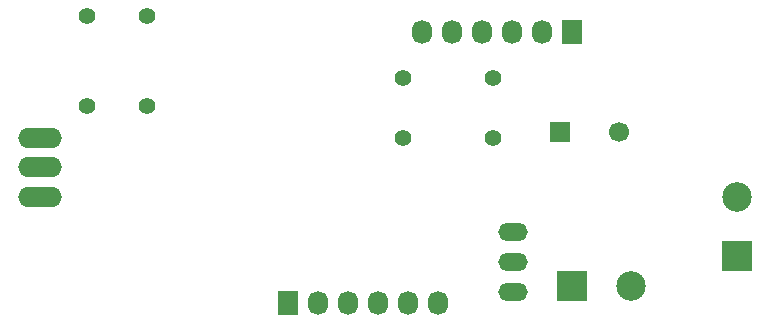
<source format=gbs>
G04 #@! TF.FileFunction,Soldermask,Bot*
%FSLAX46Y46*%
G04 Gerber Fmt 4.6, Leading zero omitted, Abs format (unit mm)*
G04 Created by KiCad (PCBNEW 4.0.2-stable) date Tuesday, November 01, 2016 'pmt' 12:33:55 pm*
%MOMM*%
G01*
G04 APERTURE LIST*
%ADD10C,0.100000*%
%ADD11C,1.700000*%
%ADD12R,1.700000X1.700000*%
%ADD13R,2.500000X2.500000*%
%ADD14C,2.500000*%
%ADD15O,3.700000X1.700000*%
%ADD16R,1.727200X2.032000*%
%ADD17O,1.727200X2.032000*%
%ADD18O,2.499360X1.501140*%
%ADD19C,1.397000*%
G04 APERTURE END LIST*
D10*
D11*
X121000000Y-47000000D03*
D12*
X116000000Y-47000000D03*
D13*
X131000000Y-57500000D03*
D14*
X131000000Y-52500000D03*
D15*
X72000000Y-52500000D03*
X72000000Y-50000000D03*
X72000000Y-47500000D03*
D16*
X117000000Y-38500000D03*
D17*
X114460000Y-38500000D03*
X111920000Y-38500000D03*
X109380000Y-38500000D03*
X106840000Y-38500000D03*
X104300000Y-38500000D03*
D16*
X93000000Y-61500000D03*
D17*
X95540000Y-61500000D03*
X98080000Y-61500000D03*
X100620000Y-61500000D03*
X103160000Y-61500000D03*
X105700000Y-61500000D03*
D13*
X117000000Y-60000000D03*
D14*
X122000000Y-60000000D03*
D18*
X112000000Y-58000000D03*
X112000000Y-60540000D03*
X112000000Y-55460000D03*
D19*
X81040000Y-44810000D03*
X75960000Y-44810000D03*
X81040000Y-37190000D03*
X75960000Y-37190000D03*
X110310000Y-42460000D03*
X110310000Y-47540000D03*
X102690000Y-42460000D03*
X102690000Y-47540000D03*
M02*

</source>
